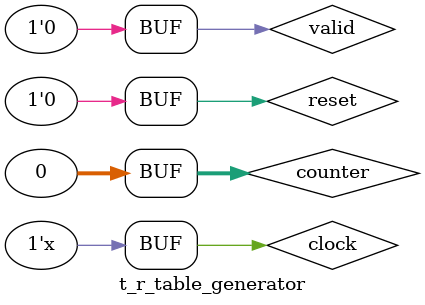
<source format=v>
module t_r_table_generator
  ();

   // PARAMETERS.
   localparam NB_ROWS = 256;
   localparam NB_BYTE = 8;
   
   // OUTPUTS.
   wire [ NB_ROWS*2*NB_BYTE-1:0 ] dut_o_value;
   // INPUTS.
   reg                 clock;
   wire                reset;
   wire                valid;



    initial
     begin
        clock = 1'b0;
     end
   
   always #5 clock = ~clock;

   integer counter = 0;


   assign reset
     = ( counter == 2) ;

   assign valid
     = ( counter >= 2) ;

 
   r_table_generator
     #(
       .NB_BYTE(NB_BYTE)
       )
   u_r_table_generator
     (
      // OUTPUTS.
      .o_value(dut_o_value),
      // INPUTS.
      .i_clock(clock),
      .i_reset(reset),
      .i_valid(valid)
      );
   
endmodule // t_r_table_generator


</source>
